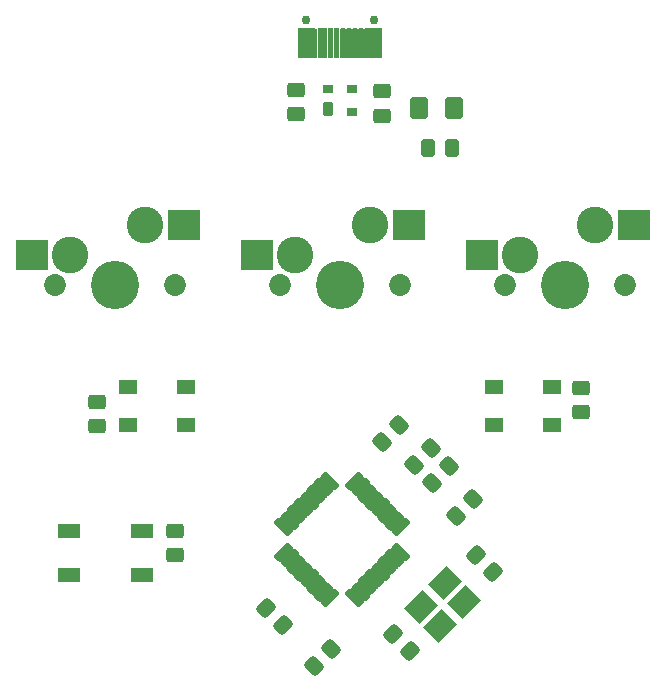
<source format=gbr>
%TF.GenerationSoftware,KiCad,Pcbnew,(6.0.5)*%
%TF.CreationDate,2022-06-21T07:34:41+08:00*%
%TF.ProjectId,unnamed-3k-v2,756e6e61-6d65-4642-9d33-6b2d76322e6b,rev?*%
%TF.SameCoordinates,Original*%
%TF.FileFunction,Soldermask,Bot*%
%TF.FilePolarity,Negative*%
%FSLAX46Y46*%
G04 Gerber Fmt 4.6, Leading zero omitted, Abs format (unit mm)*
G04 Created by KiCad (PCBNEW (6.0.5)) date 2022-06-21 07:34:41*
%MOMM*%
%LPD*%
G01*
G04 APERTURE LIST*
G04 Aperture macros list*
%AMRoundRect*
0 Rectangle with rounded corners*
0 $1 Rounding radius*
0 $2 $3 $4 $5 $6 $7 $8 $9 X,Y pos of 4 corners*
0 Add a 4 corners polygon primitive as box body*
4,1,4,$2,$3,$4,$5,$6,$7,$8,$9,$2,$3,0*
0 Add four circle primitives for the rounded corners*
1,1,$1+$1,$2,$3*
1,1,$1+$1,$4,$5*
1,1,$1+$1,$6,$7*
1,1,$1+$1,$8,$9*
0 Add four rect primitives between the rounded corners*
20,1,$1+$1,$2,$3,$4,$5,0*
20,1,$1+$1,$4,$5,$6,$7,0*
20,1,$1+$1,$6,$7,$8,$9,0*
20,1,$1+$1,$8,$9,$2,$3,0*%
G04 Aperture macros list end*
%ADD10C,3.102000*%
%ADD11C,4.089800*%
%ADD12C,1.852000*%
%ADD13RoundRect,0.051000X-1.275000X-1.250000X1.275000X-1.250000X1.275000X1.250000X-1.275000X1.250000X0*%
%ADD14RoundRect,0.301000X0.088388X-0.548008X0.548008X-0.088388X-0.088388X0.548008X-0.548008X0.088388X0*%
%ADD15RoundRect,0.301000X0.325000X0.450000X-0.325000X0.450000X-0.325000X-0.450000X0.325000X-0.450000X0*%
%ADD16RoundRect,0.301000X0.450000X-0.325000X0.450000X0.325000X-0.450000X0.325000X-0.450000X-0.325000X0*%
%ADD17RoundRect,0.301000X-0.450000X0.325000X-0.450000X-0.325000X0.450000X-0.325000X0.450000X0.325000X0*%
%ADD18RoundRect,0.301000X0.548008X0.088388X0.088388X0.548008X-0.548008X-0.088388X-0.088388X-0.548008X0*%
%ADD19RoundRect,0.051000X0.350000X-0.500000X0.350000X0.500000X-0.350000X0.500000X-0.350000X-0.500000X0*%
%ADD20RoundRect,0.051000X0.350000X-0.300000X0.350000X0.300000X-0.350000X0.300000X-0.350000X-0.300000X0*%
%ADD21C,0.752000*%
%ADD22RoundRect,0.051000X-0.300000X-1.225000X0.300000X-1.225000X0.300000X1.225000X-0.300000X1.225000X0*%
%ADD23RoundRect,0.051000X-0.150000X-1.225000X0.150000X-1.225000X0.150000X1.225000X-0.150000X1.225000X0*%
%ADD24RoundRect,0.051000X0.760140X-0.371231X-0.371231X0.760140X-0.760140X0.371231X0.371231X-0.760140X0*%
%ADD25RoundRect,0.051000X-0.371231X-0.760140X0.760140X0.371231X0.371231X0.760140X-0.760140X-0.371231X0*%
%ADD26RoundRect,0.301001X0.462499X0.624999X-0.462499X0.624999X-0.462499X-0.624999X0.462499X-0.624999X0*%
%ADD27RoundRect,0.051000X0.900000X0.550000X-0.900000X0.550000X-0.900000X-0.550000X0.900000X-0.550000X0*%
%ADD28RoundRect,0.051000X-0.750000X-0.500000X0.750000X-0.500000X0.750000X0.500000X-0.750000X0.500000X0*%
%ADD29RoundRect,0.051000X0.106066X1.378858X-1.378858X-0.106066X-0.106066X-1.378858X1.378858X0.106066X0*%
%ADD30RoundRect,0.301000X-0.548008X-0.088388X-0.088388X-0.548008X0.548008X0.088388X0.088388X0.548008X0*%
%ADD31RoundRect,0.301000X-0.088388X0.548008X-0.548008X0.088388X0.088388X-0.548008X0.548008X-0.088388X0*%
G04 APERTURE END LIST*
D10*
%TO.C,MX2*%
X89311000Y-85090000D03*
D11*
X93121000Y-87630000D03*
D10*
X95661000Y-82550000D03*
D12*
X98201000Y-87630000D03*
X88041000Y-87630000D03*
D13*
X86036000Y-85090000D03*
X98963000Y-82550000D03*
%TD*%
D12*
%TO.C,MX3*%
X68992000Y-87640000D03*
X79152000Y-87640000D03*
D11*
X74072000Y-87640000D03*
D10*
X70262000Y-85100000D03*
X76612000Y-82560000D03*
D13*
X66987000Y-85100000D03*
X79914000Y-82560000D03*
%TD*%
D11*
%TO.C,MX1*%
X112172000Y-87630000D03*
D12*
X117252000Y-87630000D03*
D10*
X108362000Y-85090000D03*
X114712000Y-82550000D03*
D12*
X107092000Y-87630000D03*
D13*
X105087000Y-85090000D03*
X118014000Y-82550000D03*
%TD*%
D14*
%TO.C,C1*%
X96647000Y-100965000D03*
X98096568Y-99515432D03*
%TD*%
D15*
%TO.C,C6*%
X102616000Y-76073000D03*
X100566000Y-76073000D03*
%TD*%
D16*
%TO.C,C11*%
X72517000Y-99568001D03*
X72517000Y-97518001D03*
%TD*%
D17*
%TO.C,R3*%
X79121000Y-108440001D03*
X79121000Y-110490001D03*
%TD*%
D18*
%TO.C,R4*%
X88265000Y-116459000D03*
X86815432Y-115009432D03*
%TD*%
D16*
%TO.C,R5*%
X89408000Y-73170000D03*
X89408000Y-71120000D03*
%TD*%
%TO.C,R6*%
X96647000Y-73297000D03*
X96647000Y-71247000D03*
%TD*%
D19*
%TO.C,U2*%
X92091000Y-72759000D03*
D20*
X92091000Y-71059000D03*
X94091000Y-71059000D03*
X94091000Y-72959000D03*
%TD*%
D21*
%TO.C,USB1*%
X96011000Y-65239000D03*
X90231000Y-65239000D03*
D22*
X89896000Y-67184000D03*
X90671000Y-67184000D03*
D23*
X91371000Y-67184000D03*
X91871000Y-67184000D03*
X92371000Y-67184000D03*
X92871000Y-67184000D03*
X93371000Y-67184000D03*
X93871000Y-67184000D03*
X94371000Y-67184000D03*
X94871000Y-67184000D03*
D22*
X95571000Y-67184000D03*
X96346000Y-67184000D03*
%TD*%
D24*
%TO.C,U1*%
X98237658Y-110218870D03*
X97671972Y-110784555D03*
X97106287Y-111350241D03*
X96540602Y-111915926D03*
X95974916Y-112481612D03*
X95409231Y-113047297D03*
X94843545Y-113612982D03*
X94277860Y-114178668D03*
D25*
X92227250Y-114178668D03*
X91661565Y-113612982D03*
X91095879Y-113047297D03*
X90530194Y-112481612D03*
X89964508Y-111915926D03*
X89398823Y-111350241D03*
X88833138Y-110784555D03*
X88267452Y-110218870D03*
D24*
X88267452Y-108168260D03*
X88833138Y-107602575D03*
X89398823Y-107036889D03*
X89964508Y-106471204D03*
X90530194Y-105905518D03*
X91095879Y-105339833D03*
X91661565Y-104774148D03*
X92227250Y-104208462D03*
D25*
X94277860Y-104208462D03*
X94843545Y-104774148D03*
X95409231Y-105339833D03*
X95974916Y-105905518D03*
X96540602Y-106471204D03*
X97106287Y-107036889D03*
X97671972Y-107602575D03*
X98237658Y-108168260D03*
%TD*%
D26*
%TO.C,F1*%
X102743000Y-72644000D03*
X99768000Y-72644000D03*
%TD*%
D27*
%TO.C,SW1*%
X70127000Y-112158000D03*
X76327000Y-108458000D03*
X70127000Y-108458000D03*
X76327000Y-112158000D03*
%TD*%
D14*
%TO.C,C5*%
X102944432Y-107240568D03*
X104394000Y-105791000D03*
%TD*%
D28*
%TO.C,D5*%
X106135000Y-99517000D03*
X106135000Y-96317000D03*
X111035000Y-96317000D03*
X111035000Y-99517000D03*
%TD*%
D16*
%TO.C,C10*%
X113538000Y-98425000D03*
X113538000Y-96375000D03*
%TD*%
D28*
%TO.C,D4*%
X75147000Y-99517000D03*
X75147000Y-96317000D03*
X80047000Y-96317000D03*
X80047000Y-99517000D03*
%TD*%
D29*
%TO.C,Y1*%
X103613726Y-114475645D03*
X101563116Y-116526255D03*
X99936770Y-114899909D03*
X101987380Y-112849299D03*
%TD*%
D30*
%TO.C,C3*%
X97610432Y-117168432D03*
X99060000Y-118618000D03*
%TD*%
D18*
%TO.C,C2*%
X106097568Y-111939568D03*
X104648000Y-110490000D03*
%TD*%
D31*
%TO.C,C4*%
X92329000Y-118491000D03*
X90879432Y-119940568D03*
%TD*%
D14*
%TO.C,R2*%
X99388432Y-102922568D03*
X100838000Y-101473000D03*
%TD*%
%TO.C,R1*%
X100912432Y-104446568D03*
X102362000Y-102997000D03*
%TD*%
G36*
X92472799Y-113246400D02*
G01*
X92473442Y-113247514D01*
X92476679Y-113263785D01*
X92478731Y-113263376D01*
X92480625Y-113264019D01*
X92481113Y-113265159D01*
X92483138Y-113287742D01*
X92525633Y-113342429D01*
X92575408Y-113359981D01*
X92576709Y-113361500D01*
X92576705Y-113362257D01*
X92576447Y-113363554D01*
X92592717Y-113366791D01*
X92594221Y-113368110D01*
X92593831Y-113370072D01*
X92592717Y-113370715D01*
X92579743Y-113373295D01*
X92563693Y-113384020D01*
X91432602Y-114515111D01*
X91421877Y-114531161D01*
X91419297Y-114544136D01*
X91417978Y-114545640D01*
X91416016Y-114545250D01*
X91415373Y-114544136D01*
X91412136Y-114527865D01*
X91410084Y-114528274D01*
X91408190Y-114527631D01*
X91407702Y-114526491D01*
X91405677Y-114503908D01*
X91363182Y-114449221D01*
X91313407Y-114431669D01*
X91312106Y-114430150D01*
X91312110Y-114429393D01*
X91312368Y-114428096D01*
X91296098Y-114424859D01*
X91294594Y-114423540D01*
X91294984Y-114421578D01*
X91296098Y-114420935D01*
X91309072Y-114418355D01*
X91325122Y-114407630D01*
X92456213Y-113276539D01*
X92466938Y-113260489D01*
X92469518Y-113247514D01*
X92470837Y-113246010D01*
X92472799Y-113246400D01*
G37*
G36*
X94034949Y-113246401D02*
G01*
X94035592Y-113247515D01*
X94038172Y-113260489D01*
X94048897Y-113276539D01*
X95179988Y-114407630D01*
X95196038Y-114418355D01*
X95209013Y-114420935D01*
X95210517Y-114422254D01*
X95210127Y-114424216D01*
X95209013Y-114424859D01*
X95192742Y-114428096D01*
X95193150Y-114430146D01*
X95192507Y-114432040D01*
X95191366Y-114432528D01*
X95168810Y-114434546D01*
X95114112Y-114477031D01*
X95096543Y-114526825D01*
X95095024Y-114528126D01*
X95094267Y-114528122D01*
X95092974Y-114527865D01*
X95089737Y-114544135D01*
X95088418Y-114545639D01*
X95086456Y-114545249D01*
X95085813Y-114544135D01*
X95083233Y-114531161D01*
X95072508Y-114515111D01*
X93941417Y-113384020D01*
X93925367Y-113373295D01*
X93912392Y-113370715D01*
X93910888Y-113369396D01*
X93911278Y-113367434D01*
X93912392Y-113366791D01*
X93928663Y-113363554D01*
X93928255Y-113361504D01*
X93928898Y-113359610D01*
X93930039Y-113359122D01*
X93952595Y-113357104D01*
X94007293Y-113314619D01*
X94024862Y-113264825D01*
X94026381Y-113263524D01*
X94027138Y-113263528D01*
X94028431Y-113263785D01*
X94031668Y-113247515D01*
X94032987Y-113246011D01*
X94034949Y-113246401D01*
G37*
G36*
X91907113Y-112680715D02*
G01*
X91907756Y-112681829D01*
X91910993Y-112698100D01*
X91913043Y-112697692D01*
X91914937Y-112698335D01*
X91915425Y-112699476D01*
X91917443Y-112722032D01*
X91959928Y-112776730D01*
X92009722Y-112794299D01*
X92011023Y-112795818D01*
X92011019Y-112796575D01*
X92010762Y-112797868D01*
X92027032Y-112801105D01*
X92028536Y-112802424D01*
X92028146Y-112804386D01*
X92027032Y-112805029D01*
X92014058Y-112807609D01*
X91998008Y-112818334D01*
X90866917Y-113949425D01*
X90856192Y-113965475D01*
X90853612Y-113978450D01*
X90852293Y-113979954D01*
X90850331Y-113979564D01*
X90849688Y-113978450D01*
X90846451Y-113962179D01*
X90844401Y-113962587D01*
X90842507Y-113961944D01*
X90842019Y-113960803D01*
X90840001Y-113938247D01*
X90797516Y-113883549D01*
X90747722Y-113865980D01*
X90746421Y-113864461D01*
X90746425Y-113863704D01*
X90746682Y-113862411D01*
X90730412Y-113859174D01*
X90728908Y-113857855D01*
X90729298Y-113855893D01*
X90730412Y-113855250D01*
X90743386Y-113852670D01*
X90759436Y-113841945D01*
X91890527Y-112710854D01*
X91901252Y-112694804D01*
X91903832Y-112681829D01*
X91905151Y-112680325D01*
X91907113Y-112680715D01*
G37*
G36*
X94600635Y-112680716D02*
G01*
X94601278Y-112681830D01*
X94603858Y-112694804D01*
X94614583Y-112710854D01*
X95745674Y-113841945D01*
X95761724Y-113852670D01*
X95774699Y-113855250D01*
X95776203Y-113856569D01*
X95775813Y-113858531D01*
X95774699Y-113859174D01*
X95758428Y-113862411D01*
X95758837Y-113864463D01*
X95758194Y-113866357D01*
X95757054Y-113866845D01*
X95734471Y-113868870D01*
X95679784Y-113911365D01*
X95662232Y-113961140D01*
X95660713Y-113962441D01*
X95659956Y-113962437D01*
X95658659Y-113962179D01*
X95655422Y-113978449D01*
X95654103Y-113979953D01*
X95652141Y-113979563D01*
X95651498Y-113978449D01*
X95648918Y-113965475D01*
X95638193Y-113949425D01*
X94507102Y-112818334D01*
X94491052Y-112807609D01*
X94478077Y-112805029D01*
X94476573Y-112803710D01*
X94476963Y-112801748D01*
X94478077Y-112801105D01*
X94494348Y-112797868D01*
X94493939Y-112795816D01*
X94494582Y-112793922D01*
X94495722Y-112793434D01*
X94518305Y-112791409D01*
X94572992Y-112748914D01*
X94590544Y-112699139D01*
X94592063Y-112697838D01*
X94592820Y-112697842D01*
X94594117Y-112698100D01*
X94597354Y-112681830D01*
X94598673Y-112680326D01*
X94600635Y-112680716D01*
G37*
G36*
X91341428Y-112115030D02*
G01*
X91342071Y-112116144D01*
X91345308Y-112132415D01*
X91347358Y-112132007D01*
X91349252Y-112132650D01*
X91349740Y-112133791D01*
X91351758Y-112156347D01*
X91394243Y-112211045D01*
X91444037Y-112228614D01*
X91445338Y-112230133D01*
X91445334Y-112230890D01*
X91445077Y-112232183D01*
X91461346Y-112235420D01*
X91462850Y-112236739D01*
X91462460Y-112238701D01*
X91461346Y-112239344D01*
X91448372Y-112241924D01*
X91432322Y-112252649D01*
X90301231Y-113383740D01*
X90290506Y-113399790D01*
X90287926Y-113412765D01*
X90286607Y-113414269D01*
X90284645Y-113413879D01*
X90284002Y-113412765D01*
X90280765Y-113396494D01*
X90278715Y-113396902D01*
X90276821Y-113396259D01*
X90276333Y-113395118D01*
X90274315Y-113372562D01*
X90231830Y-113317864D01*
X90182036Y-113300295D01*
X90180735Y-113298776D01*
X90180739Y-113298019D01*
X90180996Y-113296726D01*
X90164727Y-113293489D01*
X90163223Y-113292170D01*
X90163613Y-113290208D01*
X90164727Y-113289565D01*
X90177701Y-113286985D01*
X90193751Y-113276260D01*
X91324842Y-112145169D01*
X91335567Y-112129119D01*
X91338147Y-112116144D01*
X91339466Y-112114640D01*
X91341428Y-112115030D01*
G37*
G36*
X95166320Y-112115031D02*
G01*
X95166963Y-112116145D01*
X95169543Y-112129119D01*
X95180268Y-112145169D01*
X96311359Y-113276260D01*
X96327409Y-113286985D01*
X96340384Y-113289565D01*
X96341888Y-113290884D01*
X96341498Y-113292846D01*
X96340384Y-113293489D01*
X96324113Y-113296726D01*
X96324521Y-113298776D01*
X96323878Y-113300670D01*
X96322737Y-113301158D01*
X96300181Y-113303176D01*
X96245483Y-113345661D01*
X96227914Y-113395455D01*
X96226395Y-113396756D01*
X96225638Y-113396752D01*
X96224345Y-113396495D01*
X96221108Y-113412764D01*
X96219789Y-113414268D01*
X96217827Y-113413878D01*
X96217184Y-113412764D01*
X96214604Y-113399790D01*
X96203879Y-113383740D01*
X95072788Y-112252649D01*
X95056738Y-112241924D01*
X95043763Y-112239344D01*
X95042259Y-112238025D01*
X95042649Y-112236063D01*
X95043763Y-112235420D01*
X95060034Y-112232183D01*
X95059626Y-112230133D01*
X95060269Y-112228239D01*
X95061410Y-112227751D01*
X95083966Y-112225733D01*
X95138664Y-112183248D01*
X95156233Y-112133454D01*
X95157752Y-112132153D01*
X95158509Y-112132157D01*
X95159802Y-112132414D01*
X95163039Y-112116145D01*
X95164358Y-112114641D01*
X95166320Y-112115031D01*
G37*
G36*
X90775742Y-111549344D02*
G01*
X90776385Y-111550458D01*
X90779622Y-111566729D01*
X90781674Y-111566320D01*
X90783568Y-111566963D01*
X90784056Y-111568103D01*
X90786081Y-111590686D01*
X90828576Y-111645373D01*
X90878352Y-111662926D01*
X90879653Y-111664445D01*
X90879649Y-111665202D01*
X90879391Y-111666498D01*
X90895661Y-111669735D01*
X90897165Y-111671054D01*
X90896775Y-111673016D01*
X90895661Y-111673659D01*
X90882687Y-111676239D01*
X90866637Y-111686964D01*
X89735546Y-112818055D01*
X89724821Y-112834105D01*
X89722241Y-112847080D01*
X89720922Y-112848584D01*
X89718960Y-112848194D01*
X89718317Y-112847080D01*
X89715080Y-112830809D01*
X89713028Y-112831218D01*
X89711134Y-112830575D01*
X89710646Y-112829435D01*
X89708621Y-112806852D01*
X89666126Y-112752165D01*
X89616350Y-112734612D01*
X89615049Y-112733093D01*
X89615053Y-112732336D01*
X89615311Y-112731040D01*
X89599041Y-112727803D01*
X89597537Y-112726484D01*
X89597927Y-112724522D01*
X89599041Y-112723879D01*
X89612015Y-112721299D01*
X89628065Y-112710574D01*
X90759156Y-111579483D01*
X90769881Y-111563433D01*
X90772461Y-111550458D01*
X90773780Y-111548954D01*
X90775742Y-111549344D01*
G37*
G36*
X95732006Y-111549345D02*
G01*
X95732649Y-111550459D01*
X95735229Y-111563433D01*
X95745954Y-111579483D01*
X96877045Y-112710574D01*
X96893095Y-112721299D01*
X96906070Y-112723879D01*
X96907574Y-112725198D01*
X96907184Y-112727160D01*
X96906070Y-112727803D01*
X96889799Y-112731040D01*
X96890208Y-112733092D01*
X96889565Y-112734986D01*
X96888425Y-112735474D01*
X96865842Y-112737499D01*
X96811155Y-112779994D01*
X96793602Y-112829770D01*
X96792083Y-112831071D01*
X96791326Y-112831067D01*
X96790030Y-112830809D01*
X96786793Y-112847079D01*
X96785474Y-112848583D01*
X96783512Y-112848193D01*
X96782869Y-112847079D01*
X96780289Y-112834105D01*
X96769564Y-112818055D01*
X95638473Y-111686964D01*
X95622423Y-111676239D01*
X95609448Y-111673659D01*
X95607944Y-111672340D01*
X95608334Y-111670378D01*
X95609448Y-111669735D01*
X95625719Y-111666498D01*
X95625310Y-111664446D01*
X95625953Y-111662552D01*
X95627093Y-111662064D01*
X95649676Y-111660039D01*
X95704363Y-111617544D01*
X95721916Y-111567768D01*
X95723435Y-111566467D01*
X95724192Y-111566471D01*
X95725488Y-111566729D01*
X95728725Y-111550459D01*
X95730044Y-111548955D01*
X95732006Y-111549345D01*
G37*
G36*
X90210057Y-110983659D02*
G01*
X90210700Y-110984773D01*
X90213937Y-111001044D01*
X90215987Y-111000636D01*
X90217881Y-111001279D01*
X90218369Y-111002420D01*
X90220387Y-111024976D01*
X90262872Y-111079674D01*
X90312666Y-111097243D01*
X90313967Y-111098762D01*
X90313963Y-111099519D01*
X90313706Y-111100812D01*
X90329975Y-111104049D01*
X90331479Y-111105368D01*
X90331089Y-111107330D01*
X90329975Y-111107973D01*
X90317001Y-111110553D01*
X90300951Y-111121278D01*
X89169860Y-112252369D01*
X89159135Y-112268419D01*
X89156555Y-112281394D01*
X89155236Y-112282898D01*
X89153274Y-112282508D01*
X89152631Y-112281394D01*
X89149394Y-112265123D01*
X89147344Y-112265531D01*
X89145450Y-112264888D01*
X89144962Y-112263747D01*
X89142944Y-112241191D01*
X89100459Y-112186493D01*
X89050665Y-112168924D01*
X89049364Y-112167405D01*
X89049368Y-112166648D01*
X89049625Y-112165355D01*
X89033356Y-112162118D01*
X89031852Y-112160799D01*
X89032242Y-112158837D01*
X89033356Y-112158194D01*
X89046330Y-112155614D01*
X89062380Y-112144889D01*
X90193471Y-111013798D01*
X90204196Y-110997748D01*
X90206776Y-110984773D01*
X90208095Y-110983269D01*
X90210057Y-110983659D01*
G37*
G36*
X96297691Y-110983660D02*
G01*
X96298334Y-110984774D01*
X96300914Y-110997748D01*
X96311639Y-111013798D01*
X97442730Y-112144889D01*
X97458780Y-112155614D01*
X97471755Y-112158194D01*
X97473259Y-112159513D01*
X97472869Y-112161475D01*
X97471755Y-112162118D01*
X97455484Y-112165355D01*
X97455892Y-112167405D01*
X97455249Y-112169299D01*
X97454108Y-112169787D01*
X97431552Y-112171805D01*
X97376854Y-112214290D01*
X97359285Y-112264084D01*
X97357766Y-112265385D01*
X97357009Y-112265381D01*
X97355716Y-112265124D01*
X97352479Y-112281393D01*
X97351160Y-112282897D01*
X97349198Y-112282507D01*
X97348555Y-112281393D01*
X97345975Y-112268419D01*
X97335250Y-112252369D01*
X96204159Y-111121278D01*
X96188109Y-111110553D01*
X96175134Y-111107973D01*
X96173630Y-111106654D01*
X96174020Y-111104692D01*
X96175134Y-111104049D01*
X96191405Y-111100812D01*
X96190997Y-111098762D01*
X96191640Y-111096868D01*
X96192781Y-111096380D01*
X96215337Y-111094362D01*
X96270035Y-111051877D01*
X96287604Y-111002083D01*
X96289123Y-111000782D01*
X96289880Y-111000786D01*
X96291173Y-111001043D01*
X96294410Y-110984774D01*
X96295729Y-110983270D01*
X96297691Y-110983660D01*
G37*
G36*
X89644372Y-110417973D02*
G01*
X89645015Y-110419087D01*
X89648252Y-110435358D01*
X89650304Y-110434949D01*
X89652198Y-110435592D01*
X89652686Y-110436732D01*
X89654711Y-110459315D01*
X89697206Y-110514002D01*
X89746981Y-110531554D01*
X89748282Y-110533073D01*
X89748278Y-110533830D01*
X89748020Y-110535127D01*
X89764290Y-110538364D01*
X89765794Y-110539683D01*
X89765404Y-110541645D01*
X89764290Y-110542288D01*
X89751316Y-110544868D01*
X89735266Y-110555593D01*
X88604175Y-111686684D01*
X88593450Y-111702734D01*
X88590870Y-111715709D01*
X88589551Y-111717213D01*
X88587589Y-111716823D01*
X88586946Y-111715709D01*
X88583709Y-111699438D01*
X88581657Y-111699847D01*
X88579763Y-111699204D01*
X88579275Y-111698064D01*
X88577250Y-111675481D01*
X88534755Y-111620794D01*
X88484980Y-111603242D01*
X88483679Y-111601723D01*
X88483683Y-111600966D01*
X88483941Y-111599669D01*
X88467671Y-111596432D01*
X88466167Y-111595113D01*
X88466557Y-111593151D01*
X88467671Y-111592508D01*
X88480645Y-111589928D01*
X88496695Y-111579203D01*
X89627786Y-110448112D01*
X89638511Y-110432062D01*
X89641091Y-110419087D01*
X89642410Y-110417583D01*
X89644372Y-110417973D01*
G37*
G36*
X96863376Y-110417974D02*
G01*
X96864019Y-110419088D01*
X96866599Y-110432062D01*
X96877324Y-110448112D01*
X98008415Y-111579203D01*
X98024465Y-111589928D01*
X98037440Y-111592508D01*
X98038944Y-111593827D01*
X98038554Y-111595789D01*
X98037440Y-111596432D01*
X98021169Y-111599669D01*
X98021577Y-111601719D01*
X98020934Y-111603613D01*
X98019793Y-111604101D01*
X97997237Y-111606119D01*
X97942539Y-111648604D01*
X97924970Y-111698398D01*
X97923451Y-111699699D01*
X97922694Y-111699695D01*
X97921401Y-111699438D01*
X97918164Y-111715708D01*
X97916845Y-111717212D01*
X97914883Y-111716822D01*
X97914240Y-111715708D01*
X97911660Y-111702734D01*
X97900935Y-111686684D01*
X96769844Y-110555593D01*
X96753794Y-110544868D01*
X96740819Y-110542288D01*
X96739315Y-110540969D01*
X96739705Y-110539007D01*
X96740819Y-110538364D01*
X96757090Y-110535127D01*
X96756682Y-110533077D01*
X96757325Y-110531183D01*
X96758466Y-110530695D01*
X96781022Y-110528677D01*
X96835720Y-110486192D01*
X96853289Y-110436398D01*
X96854808Y-110435097D01*
X96855565Y-110435101D01*
X96856858Y-110435358D01*
X96860095Y-110419088D01*
X96861414Y-110417584D01*
X96863376Y-110417974D01*
G37*
G36*
X89078686Y-109852288D02*
G01*
X89079329Y-109853402D01*
X89082566Y-109869673D01*
X89084616Y-109869265D01*
X89086510Y-109869908D01*
X89086998Y-109871049D01*
X89089016Y-109893605D01*
X89131501Y-109948303D01*
X89181295Y-109965872D01*
X89182596Y-109967391D01*
X89182592Y-109968148D01*
X89182335Y-109969441D01*
X89198605Y-109972678D01*
X89200109Y-109973997D01*
X89199719Y-109975959D01*
X89198605Y-109976602D01*
X89185631Y-109979182D01*
X89169581Y-109989907D01*
X88038490Y-111120998D01*
X88027765Y-111137048D01*
X88025185Y-111150023D01*
X88023866Y-111151527D01*
X88021904Y-111151137D01*
X88021261Y-111150023D01*
X88018024Y-111133752D01*
X88015974Y-111134160D01*
X88014080Y-111133517D01*
X88013592Y-111132376D01*
X88011574Y-111109820D01*
X87969089Y-111055122D01*
X87919295Y-111037553D01*
X87917994Y-111036034D01*
X87917998Y-111035277D01*
X87918255Y-111033984D01*
X87901985Y-111030747D01*
X87900481Y-111029428D01*
X87900871Y-111027466D01*
X87901985Y-111026823D01*
X87914959Y-111024243D01*
X87931009Y-111013518D01*
X89062100Y-109882427D01*
X89072825Y-109866377D01*
X89075405Y-109853402D01*
X89076724Y-109851898D01*
X89078686Y-109852288D01*
G37*
G36*
X97429062Y-109852289D02*
G01*
X97429705Y-109853403D01*
X97432285Y-109866377D01*
X97443010Y-109882427D01*
X98574101Y-111013518D01*
X98590151Y-111024243D01*
X98603126Y-111026823D01*
X98604630Y-111028142D01*
X98604240Y-111030104D01*
X98603126Y-111030747D01*
X98586855Y-111033984D01*
X98587264Y-111036036D01*
X98586621Y-111037930D01*
X98585481Y-111038418D01*
X98562898Y-111040443D01*
X98508211Y-111082938D01*
X98490659Y-111132713D01*
X98489140Y-111134014D01*
X98488383Y-111134010D01*
X98487086Y-111133752D01*
X98483849Y-111150022D01*
X98482530Y-111151526D01*
X98480568Y-111151136D01*
X98479925Y-111150022D01*
X98477345Y-111137048D01*
X98466620Y-111120998D01*
X97335529Y-109989907D01*
X97319479Y-109979182D01*
X97306504Y-109976602D01*
X97305000Y-109975283D01*
X97305390Y-109973321D01*
X97306504Y-109972678D01*
X97322775Y-109969441D01*
X97322366Y-109967389D01*
X97323009Y-109965495D01*
X97324149Y-109965007D01*
X97346732Y-109962982D01*
X97401419Y-109920487D01*
X97418971Y-109870712D01*
X97420490Y-109869411D01*
X97421247Y-109869415D01*
X97422544Y-109869673D01*
X97425781Y-109853403D01*
X97427100Y-109851899D01*
X97429062Y-109852289D01*
G37*
G36*
X98483206Y-107235993D02*
G01*
X98483849Y-107237107D01*
X98487086Y-107253378D01*
X98489136Y-107252970D01*
X98491030Y-107253613D01*
X98491518Y-107254754D01*
X98493536Y-107277310D01*
X98536021Y-107332008D01*
X98585815Y-107349577D01*
X98587116Y-107351096D01*
X98587112Y-107351853D01*
X98586855Y-107353146D01*
X98603125Y-107356383D01*
X98604629Y-107357702D01*
X98604239Y-107359664D01*
X98603125Y-107360307D01*
X98590151Y-107362887D01*
X98574101Y-107373612D01*
X97443010Y-108504703D01*
X97432285Y-108520753D01*
X97429705Y-108533728D01*
X97428386Y-108535232D01*
X97426424Y-108534842D01*
X97425781Y-108533728D01*
X97422544Y-108517457D01*
X97420494Y-108517865D01*
X97418600Y-108517222D01*
X97418112Y-108516081D01*
X97416094Y-108493525D01*
X97373609Y-108438827D01*
X97323815Y-108421258D01*
X97322514Y-108419739D01*
X97322518Y-108418982D01*
X97322775Y-108417689D01*
X97306505Y-108414452D01*
X97305001Y-108413133D01*
X97305391Y-108411171D01*
X97306505Y-108410528D01*
X97319479Y-108407948D01*
X97335529Y-108397223D01*
X98466620Y-107266132D01*
X98477345Y-107250082D01*
X98479925Y-107237107D01*
X98481244Y-107235603D01*
X98483206Y-107235993D01*
G37*
G36*
X88024542Y-107235994D02*
G01*
X88025185Y-107237108D01*
X88027765Y-107250082D01*
X88038490Y-107266132D01*
X89169581Y-108397223D01*
X89185631Y-108407948D01*
X89198606Y-108410528D01*
X89200110Y-108411847D01*
X89199720Y-108413809D01*
X89198606Y-108414452D01*
X89182335Y-108417689D01*
X89182744Y-108419741D01*
X89182101Y-108421635D01*
X89180961Y-108422123D01*
X89158378Y-108424148D01*
X89103691Y-108466643D01*
X89086139Y-108516418D01*
X89084620Y-108517719D01*
X89083863Y-108517715D01*
X89082566Y-108517457D01*
X89079329Y-108533727D01*
X89078010Y-108535231D01*
X89076048Y-108534841D01*
X89075405Y-108533727D01*
X89072825Y-108520753D01*
X89062100Y-108504703D01*
X87931009Y-107373612D01*
X87914959Y-107362887D01*
X87901984Y-107360307D01*
X87900480Y-107358988D01*
X87900870Y-107357026D01*
X87901984Y-107356383D01*
X87918255Y-107353146D01*
X87917846Y-107351094D01*
X87918489Y-107349200D01*
X87919629Y-107348712D01*
X87942212Y-107346687D01*
X87996899Y-107304192D01*
X88014451Y-107254417D01*
X88015970Y-107253116D01*
X88016727Y-107253120D01*
X88018024Y-107253378D01*
X88021261Y-107237108D01*
X88022580Y-107235604D01*
X88024542Y-107235994D01*
G37*
G36*
X97917521Y-106670307D02*
G01*
X97918164Y-106671421D01*
X97921401Y-106687692D01*
X97923453Y-106687283D01*
X97925347Y-106687926D01*
X97925835Y-106689066D01*
X97927860Y-106711649D01*
X97970355Y-106766336D01*
X98020130Y-106783888D01*
X98021431Y-106785407D01*
X98021427Y-106786164D01*
X98021169Y-106787461D01*
X98037439Y-106790698D01*
X98038943Y-106792017D01*
X98038553Y-106793979D01*
X98037439Y-106794622D01*
X98024465Y-106797202D01*
X98008415Y-106807927D01*
X96877324Y-107939018D01*
X96866599Y-107955068D01*
X96864019Y-107968043D01*
X96862700Y-107969547D01*
X96860738Y-107969157D01*
X96860095Y-107968043D01*
X96856858Y-107951772D01*
X96854806Y-107952181D01*
X96852912Y-107951538D01*
X96852424Y-107950398D01*
X96850399Y-107927815D01*
X96807904Y-107873128D01*
X96758129Y-107855576D01*
X96756828Y-107854057D01*
X96756832Y-107853300D01*
X96757090Y-107852003D01*
X96740820Y-107848766D01*
X96739316Y-107847447D01*
X96739706Y-107845485D01*
X96740820Y-107844842D01*
X96753794Y-107842262D01*
X96769844Y-107831537D01*
X97900935Y-106700446D01*
X97911660Y-106684396D01*
X97914240Y-106671421D01*
X97915559Y-106669917D01*
X97917521Y-106670307D01*
G37*
G36*
X88590227Y-106670308D02*
G01*
X88590870Y-106671422D01*
X88593450Y-106684396D01*
X88604175Y-106700446D01*
X89735266Y-107831537D01*
X89751316Y-107842262D01*
X89764291Y-107844842D01*
X89765795Y-107846161D01*
X89765405Y-107848123D01*
X89764291Y-107848766D01*
X89748020Y-107852003D01*
X89748428Y-107854053D01*
X89747785Y-107855947D01*
X89746644Y-107856435D01*
X89724088Y-107858453D01*
X89669390Y-107900938D01*
X89651821Y-107950732D01*
X89650302Y-107952033D01*
X89649545Y-107952029D01*
X89648252Y-107951772D01*
X89645015Y-107968042D01*
X89643696Y-107969546D01*
X89641734Y-107969156D01*
X89641091Y-107968042D01*
X89638511Y-107955068D01*
X89627786Y-107939018D01*
X88496695Y-106807927D01*
X88480645Y-106797202D01*
X88467670Y-106794622D01*
X88466166Y-106793303D01*
X88466556Y-106791341D01*
X88467670Y-106790698D01*
X88483941Y-106787461D01*
X88483533Y-106785411D01*
X88484176Y-106783517D01*
X88485317Y-106783029D01*
X88507873Y-106781011D01*
X88562571Y-106738526D01*
X88580140Y-106688732D01*
X88581659Y-106687431D01*
X88582416Y-106687435D01*
X88583709Y-106687692D01*
X88586946Y-106671422D01*
X88588265Y-106669918D01*
X88590227Y-106670308D01*
G37*
G36*
X97351836Y-106104622D02*
G01*
X97352479Y-106105736D01*
X97355716Y-106122007D01*
X97357766Y-106121599D01*
X97359660Y-106122242D01*
X97360148Y-106123383D01*
X97362166Y-106145939D01*
X97404651Y-106200637D01*
X97454445Y-106218206D01*
X97455746Y-106219725D01*
X97455742Y-106220482D01*
X97455485Y-106221775D01*
X97471754Y-106225012D01*
X97473258Y-106226331D01*
X97472868Y-106228293D01*
X97471754Y-106228936D01*
X97458780Y-106231516D01*
X97442730Y-106242241D01*
X96311639Y-107373332D01*
X96300914Y-107389382D01*
X96298334Y-107402357D01*
X96297015Y-107403861D01*
X96295053Y-107403471D01*
X96294410Y-107402357D01*
X96291173Y-107386086D01*
X96289123Y-107386494D01*
X96287229Y-107385851D01*
X96286741Y-107384710D01*
X96284723Y-107362154D01*
X96242238Y-107307456D01*
X96192444Y-107289887D01*
X96191143Y-107288368D01*
X96191147Y-107287611D01*
X96191404Y-107286318D01*
X96175135Y-107283081D01*
X96173631Y-107281762D01*
X96174021Y-107279800D01*
X96175135Y-107279157D01*
X96188109Y-107276577D01*
X96204159Y-107265852D01*
X97335250Y-106134761D01*
X97345975Y-106118711D01*
X97348555Y-106105736D01*
X97349874Y-106104232D01*
X97351836Y-106104622D01*
G37*
G36*
X89155912Y-106104623D02*
G01*
X89156555Y-106105737D01*
X89159135Y-106118711D01*
X89169860Y-106134761D01*
X90300951Y-107265852D01*
X90317001Y-107276577D01*
X90329976Y-107279157D01*
X90331480Y-107280476D01*
X90331090Y-107282438D01*
X90329976Y-107283081D01*
X90313705Y-107286318D01*
X90314113Y-107288368D01*
X90313470Y-107290262D01*
X90312329Y-107290750D01*
X90289773Y-107292768D01*
X90235075Y-107335253D01*
X90217506Y-107385047D01*
X90215987Y-107386348D01*
X90215230Y-107386344D01*
X90213937Y-107386087D01*
X90210700Y-107402356D01*
X90209381Y-107403860D01*
X90207419Y-107403470D01*
X90206776Y-107402356D01*
X90204196Y-107389382D01*
X90193471Y-107373332D01*
X89062380Y-106242241D01*
X89046330Y-106231516D01*
X89033355Y-106228936D01*
X89031851Y-106227617D01*
X89032241Y-106225655D01*
X89033355Y-106225012D01*
X89049626Y-106221775D01*
X89049218Y-106219725D01*
X89049861Y-106217831D01*
X89051002Y-106217343D01*
X89073558Y-106215325D01*
X89128256Y-106172840D01*
X89145825Y-106123046D01*
X89147344Y-106121745D01*
X89148101Y-106121749D01*
X89149394Y-106122006D01*
X89152631Y-106105737D01*
X89153950Y-106104233D01*
X89155912Y-106104623D01*
G37*
G36*
X96786150Y-105538936D02*
G01*
X96786793Y-105540050D01*
X96790030Y-105556321D01*
X96792082Y-105555912D01*
X96793976Y-105556555D01*
X96794464Y-105557695D01*
X96796489Y-105580278D01*
X96838984Y-105634965D01*
X96888760Y-105652518D01*
X96890061Y-105654037D01*
X96890057Y-105654794D01*
X96889799Y-105656090D01*
X96906069Y-105659327D01*
X96907573Y-105660646D01*
X96907183Y-105662608D01*
X96906069Y-105663251D01*
X96893095Y-105665831D01*
X96877045Y-105676556D01*
X95745954Y-106807647D01*
X95735229Y-106823697D01*
X95732649Y-106836672D01*
X95731330Y-106838176D01*
X95729368Y-106837786D01*
X95728725Y-106836672D01*
X95725488Y-106820401D01*
X95723436Y-106820810D01*
X95721542Y-106820167D01*
X95721054Y-106819027D01*
X95719029Y-106796444D01*
X95676534Y-106741757D01*
X95626758Y-106724204D01*
X95625457Y-106722685D01*
X95625461Y-106721928D01*
X95625719Y-106720632D01*
X95609449Y-106717395D01*
X95607945Y-106716076D01*
X95608335Y-106714114D01*
X95609449Y-106713471D01*
X95622423Y-106710891D01*
X95638473Y-106700166D01*
X96769564Y-105569075D01*
X96780289Y-105553025D01*
X96782869Y-105540050D01*
X96784188Y-105538546D01*
X96786150Y-105538936D01*
G37*
G36*
X89721598Y-105538937D02*
G01*
X89722241Y-105540051D01*
X89724821Y-105553025D01*
X89735546Y-105569075D01*
X90866637Y-106700166D01*
X90882687Y-106710891D01*
X90895662Y-106713471D01*
X90897166Y-106714790D01*
X90896776Y-106716752D01*
X90895662Y-106717395D01*
X90879391Y-106720632D01*
X90879800Y-106722684D01*
X90879157Y-106724578D01*
X90878017Y-106725066D01*
X90855434Y-106727091D01*
X90800747Y-106769586D01*
X90783194Y-106819362D01*
X90781675Y-106820663D01*
X90780918Y-106820659D01*
X90779622Y-106820401D01*
X90776385Y-106836671D01*
X90775066Y-106838175D01*
X90773104Y-106837785D01*
X90772461Y-106836671D01*
X90769881Y-106823697D01*
X90759156Y-106807647D01*
X89628065Y-105676556D01*
X89612015Y-105665831D01*
X89599040Y-105663251D01*
X89597536Y-105661932D01*
X89597926Y-105659970D01*
X89599040Y-105659327D01*
X89615311Y-105656090D01*
X89614902Y-105654038D01*
X89615545Y-105652144D01*
X89616685Y-105651656D01*
X89639268Y-105649631D01*
X89693955Y-105607136D01*
X89711508Y-105557360D01*
X89713027Y-105556059D01*
X89713784Y-105556063D01*
X89715080Y-105556321D01*
X89718317Y-105540051D01*
X89719636Y-105538547D01*
X89721598Y-105538937D01*
G37*
G36*
X96220465Y-104973251D02*
G01*
X96221108Y-104974365D01*
X96224345Y-104990636D01*
X96226395Y-104990228D01*
X96228289Y-104990871D01*
X96228777Y-104992012D01*
X96230795Y-105014568D01*
X96273280Y-105069266D01*
X96323074Y-105086835D01*
X96324375Y-105088354D01*
X96324371Y-105089111D01*
X96324114Y-105090404D01*
X96340383Y-105093641D01*
X96341887Y-105094960D01*
X96341497Y-105096922D01*
X96340383Y-105097565D01*
X96327409Y-105100145D01*
X96311359Y-105110870D01*
X95180268Y-106241961D01*
X95169543Y-106258011D01*
X95166963Y-106270986D01*
X95165644Y-106272490D01*
X95163682Y-106272100D01*
X95163039Y-106270986D01*
X95159802Y-106254715D01*
X95157752Y-106255123D01*
X95155858Y-106254480D01*
X95155370Y-106253339D01*
X95153352Y-106230783D01*
X95110867Y-106176085D01*
X95061073Y-106158516D01*
X95059772Y-106156997D01*
X95059776Y-106156240D01*
X95060033Y-106154947D01*
X95043764Y-106151710D01*
X95042260Y-106150391D01*
X95042650Y-106148429D01*
X95043764Y-106147786D01*
X95056738Y-106145206D01*
X95072788Y-106134481D01*
X96203879Y-105003390D01*
X96214604Y-104987340D01*
X96217184Y-104974365D01*
X96218503Y-104972861D01*
X96220465Y-104973251D01*
G37*
G36*
X90287283Y-104973252D02*
G01*
X90287926Y-104974366D01*
X90290506Y-104987340D01*
X90301231Y-105003390D01*
X91432322Y-106134481D01*
X91448372Y-106145206D01*
X91461347Y-106147786D01*
X91462851Y-106149105D01*
X91462461Y-106151067D01*
X91461347Y-106151710D01*
X91445076Y-106154947D01*
X91445484Y-106156997D01*
X91444841Y-106158891D01*
X91443700Y-106159379D01*
X91421144Y-106161397D01*
X91366446Y-106203882D01*
X91348877Y-106253676D01*
X91347358Y-106254977D01*
X91346601Y-106254973D01*
X91345308Y-106254716D01*
X91342071Y-106270985D01*
X91340752Y-106272489D01*
X91338790Y-106272099D01*
X91338147Y-106270985D01*
X91335567Y-106258011D01*
X91324842Y-106241961D01*
X90193751Y-105110870D01*
X90177701Y-105100145D01*
X90164726Y-105097565D01*
X90163222Y-105096246D01*
X90163612Y-105094284D01*
X90164726Y-105093641D01*
X90180997Y-105090404D01*
X90180589Y-105088354D01*
X90181232Y-105086460D01*
X90182373Y-105085972D01*
X90204929Y-105083954D01*
X90259627Y-105041469D01*
X90277196Y-104991675D01*
X90278715Y-104990374D01*
X90279472Y-104990378D01*
X90280765Y-104990635D01*
X90284002Y-104974366D01*
X90285321Y-104972862D01*
X90287283Y-104973252D01*
G37*
G36*
X95654779Y-104407566D02*
G01*
X95655422Y-104408680D01*
X95658659Y-104424951D01*
X95660709Y-104424543D01*
X95662603Y-104425186D01*
X95663091Y-104426327D01*
X95665109Y-104448883D01*
X95707594Y-104503581D01*
X95757388Y-104521150D01*
X95758689Y-104522669D01*
X95758685Y-104523426D01*
X95758428Y-104524719D01*
X95774698Y-104527956D01*
X95776202Y-104529275D01*
X95775812Y-104531237D01*
X95774698Y-104531880D01*
X95761724Y-104534460D01*
X95745674Y-104545185D01*
X94614583Y-105676276D01*
X94603858Y-105692326D01*
X94601278Y-105705301D01*
X94599959Y-105706805D01*
X94597997Y-105706415D01*
X94597354Y-105705301D01*
X94594117Y-105689030D01*
X94592067Y-105689438D01*
X94590173Y-105688795D01*
X94589685Y-105687654D01*
X94587667Y-105665098D01*
X94545182Y-105610400D01*
X94495388Y-105592831D01*
X94494087Y-105591312D01*
X94494091Y-105590555D01*
X94494348Y-105589262D01*
X94478078Y-105586025D01*
X94476574Y-105584706D01*
X94476964Y-105582744D01*
X94478078Y-105582101D01*
X94491052Y-105579521D01*
X94507102Y-105568796D01*
X95638193Y-104437705D01*
X95648918Y-104421655D01*
X95651498Y-104408680D01*
X95652817Y-104407176D01*
X95654779Y-104407566D01*
G37*
G36*
X90852969Y-104407567D02*
G01*
X90853612Y-104408681D01*
X90856192Y-104421655D01*
X90866917Y-104437705D01*
X91998008Y-105568796D01*
X92014058Y-105579521D01*
X92027033Y-105582101D01*
X92028537Y-105583420D01*
X92028147Y-105585382D01*
X92027033Y-105586025D01*
X92010762Y-105589262D01*
X92011171Y-105591314D01*
X92010528Y-105593208D01*
X92009388Y-105593696D01*
X91986805Y-105595721D01*
X91932118Y-105638216D01*
X91914566Y-105687991D01*
X91913047Y-105689292D01*
X91912290Y-105689288D01*
X91910993Y-105689030D01*
X91907756Y-105705300D01*
X91906437Y-105706804D01*
X91904475Y-105706414D01*
X91903832Y-105705300D01*
X91901252Y-105692326D01*
X91890527Y-105676276D01*
X90759436Y-104545185D01*
X90743386Y-104534460D01*
X90730411Y-104531880D01*
X90728907Y-104530561D01*
X90729297Y-104528599D01*
X90730411Y-104527956D01*
X90746682Y-104524719D01*
X90746273Y-104522667D01*
X90746916Y-104520773D01*
X90748056Y-104520285D01*
X90770639Y-104518260D01*
X90825326Y-104475765D01*
X90842878Y-104425990D01*
X90844397Y-104424689D01*
X90845154Y-104424693D01*
X90846451Y-104424951D01*
X90849688Y-104408681D01*
X90851007Y-104407177D01*
X90852969Y-104407567D01*
G37*
G36*
X95089094Y-103841880D02*
G01*
X95089737Y-103842994D01*
X95092974Y-103859265D01*
X95095026Y-103858856D01*
X95096920Y-103859499D01*
X95097408Y-103860639D01*
X95099433Y-103883222D01*
X95141928Y-103937909D01*
X95191703Y-103955461D01*
X95193004Y-103956980D01*
X95193000Y-103957737D01*
X95192742Y-103959034D01*
X95209012Y-103962271D01*
X95210516Y-103963590D01*
X95210126Y-103965552D01*
X95209012Y-103966195D01*
X95196038Y-103968775D01*
X95179988Y-103979500D01*
X94048897Y-105110591D01*
X94038172Y-105126641D01*
X94035592Y-105139616D01*
X94034273Y-105141120D01*
X94032311Y-105140730D01*
X94031668Y-105139616D01*
X94028431Y-105123345D01*
X94026379Y-105123754D01*
X94024485Y-105123111D01*
X94023997Y-105121971D01*
X94021972Y-105099388D01*
X93979477Y-105044701D01*
X93929702Y-105027149D01*
X93928401Y-105025630D01*
X93928405Y-105024873D01*
X93928663Y-105023576D01*
X93912393Y-105020339D01*
X93910889Y-105019020D01*
X93911279Y-105017058D01*
X93912393Y-105016415D01*
X93925367Y-105013835D01*
X93941417Y-105003110D01*
X95072508Y-103872019D01*
X95083233Y-103855969D01*
X95085813Y-103842994D01*
X95087132Y-103841490D01*
X95089094Y-103841880D01*
G37*
G36*
X91418654Y-103841881D02*
G01*
X91419297Y-103842995D01*
X91421877Y-103855969D01*
X91432602Y-103872019D01*
X92563693Y-105003110D01*
X92579743Y-105013835D01*
X92592718Y-105016415D01*
X92594222Y-105017734D01*
X92593832Y-105019696D01*
X92592718Y-105020339D01*
X92576447Y-105023576D01*
X92576855Y-105025626D01*
X92576212Y-105027520D01*
X92575071Y-105028008D01*
X92552515Y-105030026D01*
X92497817Y-105072511D01*
X92480248Y-105122305D01*
X92478729Y-105123606D01*
X92477972Y-105123602D01*
X92476679Y-105123345D01*
X92473442Y-105139615D01*
X92472123Y-105141119D01*
X92470161Y-105140729D01*
X92469518Y-105139615D01*
X92466938Y-105126641D01*
X92456213Y-105110591D01*
X91325122Y-103979500D01*
X91309072Y-103968775D01*
X91296097Y-103966195D01*
X91294593Y-103964876D01*
X91294983Y-103962914D01*
X91296097Y-103962271D01*
X91312368Y-103959034D01*
X91311960Y-103956984D01*
X91312603Y-103955090D01*
X91313744Y-103954602D01*
X91336300Y-103952584D01*
X91390998Y-103910099D01*
X91408567Y-103860305D01*
X91410086Y-103859004D01*
X91410843Y-103859008D01*
X91412136Y-103859265D01*
X91415373Y-103842995D01*
X91416692Y-103841491D01*
X91418654Y-103841881D01*
G37*
G36*
X90346613Y-65914611D02*
G01*
X90347177Y-65916530D01*
X90346344Y-65917721D01*
X90336380Y-65924380D01*
X90325767Y-65940262D01*
X90322000Y-65959199D01*
X90322000Y-68408801D01*
X90325767Y-68427738D01*
X90336380Y-68443620D01*
X90345922Y-68449996D01*
X90346807Y-68451790D01*
X90345696Y-68453453D01*
X90344213Y-68453568D01*
X90285713Y-68435250D01*
X90222330Y-68453861D01*
X90220387Y-68453389D01*
X90219823Y-68451470D01*
X90220656Y-68450279D01*
X90230620Y-68443620D01*
X90241233Y-68427738D01*
X90245000Y-68408801D01*
X90245000Y-65959199D01*
X90241233Y-65940262D01*
X90230620Y-65924380D01*
X90221078Y-65918004D01*
X90220193Y-65916210D01*
X90221304Y-65914547D01*
X90222787Y-65914432D01*
X90281287Y-65932750D01*
X90344670Y-65914139D01*
X90346613Y-65914611D01*
G37*
G36*
X96021613Y-65914611D02*
G01*
X96022177Y-65916530D01*
X96021344Y-65917721D01*
X96011380Y-65924380D01*
X96000767Y-65940262D01*
X95997000Y-65959199D01*
X95997000Y-68408801D01*
X96000767Y-68427738D01*
X96011380Y-68443620D01*
X96020922Y-68449996D01*
X96021807Y-68451790D01*
X96020696Y-68453453D01*
X96019213Y-68453568D01*
X95960713Y-68435250D01*
X95897330Y-68453861D01*
X95895387Y-68453389D01*
X95894823Y-68451470D01*
X95895656Y-68450279D01*
X95905620Y-68443620D01*
X95916233Y-68427738D01*
X95920000Y-68408801D01*
X95920000Y-65959199D01*
X95916233Y-65940262D01*
X95905620Y-65924380D01*
X95896078Y-65918004D01*
X95895193Y-65916210D01*
X95896304Y-65914547D01*
X95897787Y-65914432D01*
X95956287Y-65932750D01*
X96019670Y-65914139D01*
X96021613Y-65914611D01*
G37*
G36*
X94685633Y-65922517D02*
G01*
X94686197Y-65924436D01*
X94685916Y-65925075D01*
X94675767Y-65940263D01*
X94672000Y-65959199D01*
X94672000Y-68408801D01*
X94675767Y-68427738D01*
X94685814Y-68442773D01*
X94685945Y-68444768D01*
X94684282Y-68445880D01*
X94683553Y-68445793D01*
X94623212Y-68426898D01*
X94558310Y-68445955D01*
X94556367Y-68445483D01*
X94555803Y-68443564D01*
X94556084Y-68442925D01*
X94566233Y-68427737D01*
X94570000Y-68408801D01*
X94570000Y-65959199D01*
X94566233Y-65940262D01*
X94556186Y-65925227D01*
X94556055Y-65923232D01*
X94557718Y-65922120D01*
X94558447Y-65922207D01*
X94618788Y-65941102D01*
X94683690Y-65922045D01*
X94685633Y-65922517D01*
G37*
G36*
X91685633Y-65922517D02*
G01*
X91686197Y-65924436D01*
X91685916Y-65925075D01*
X91675767Y-65940263D01*
X91672000Y-65959199D01*
X91672000Y-68408801D01*
X91675767Y-68427738D01*
X91685814Y-68442773D01*
X91685945Y-68444768D01*
X91684282Y-68445880D01*
X91683553Y-68445793D01*
X91623212Y-68426898D01*
X91558310Y-68445955D01*
X91556367Y-68445483D01*
X91555803Y-68443564D01*
X91556084Y-68442925D01*
X91566233Y-68427737D01*
X91570000Y-68408801D01*
X91570000Y-65959199D01*
X91566233Y-65940262D01*
X91556186Y-65925227D01*
X91556055Y-65923232D01*
X91557718Y-65922120D01*
X91558447Y-65922207D01*
X91618788Y-65941102D01*
X91683690Y-65922045D01*
X91685633Y-65922517D01*
G37*
G36*
X92185633Y-65922517D02*
G01*
X92186197Y-65924436D01*
X92185916Y-65925075D01*
X92175767Y-65940263D01*
X92172000Y-65959199D01*
X92172000Y-68408801D01*
X92175767Y-68427738D01*
X92185814Y-68442773D01*
X92185945Y-68444768D01*
X92184282Y-68445880D01*
X92183553Y-68445793D01*
X92123212Y-68426898D01*
X92058310Y-68445955D01*
X92056367Y-68445483D01*
X92055803Y-68443564D01*
X92056084Y-68442925D01*
X92066233Y-68427737D01*
X92070000Y-68408801D01*
X92070000Y-65959199D01*
X92066233Y-65940262D01*
X92056186Y-65925227D01*
X92056055Y-65923232D01*
X92057718Y-65922120D01*
X92058447Y-65922207D01*
X92118788Y-65941102D01*
X92183690Y-65922045D01*
X92185633Y-65922517D01*
G37*
G36*
X92685633Y-65922517D02*
G01*
X92686197Y-65924436D01*
X92685916Y-65925075D01*
X92675767Y-65940263D01*
X92672000Y-65959199D01*
X92672000Y-68408801D01*
X92675767Y-68427738D01*
X92685814Y-68442773D01*
X92685945Y-68444768D01*
X92684282Y-68445880D01*
X92683553Y-68445793D01*
X92623212Y-68426898D01*
X92558310Y-68445955D01*
X92556367Y-68445483D01*
X92555803Y-68443564D01*
X92556084Y-68442925D01*
X92566233Y-68427737D01*
X92570000Y-68408801D01*
X92570000Y-65959199D01*
X92566233Y-65940262D01*
X92556186Y-65925227D01*
X92556055Y-65923232D01*
X92557718Y-65922120D01*
X92558447Y-65922207D01*
X92618788Y-65941102D01*
X92683690Y-65922045D01*
X92685633Y-65922517D01*
G37*
G36*
X93185633Y-65922517D02*
G01*
X93186197Y-65924436D01*
X93185916Y-65925075D01*
X93175767Y-65940263D01*
X93172000Y-65959199D01*
X93172000Y-68408801D01*
X93175767Y-68427738D01*
X93185814Y-68442773D01*
X93185945Y-68444768D01*
X93184282Y-68445880D01*
X93183553Y-68445793D01*
X93123212Y-68426898D01*
X93058310Y-68445955D01*
X93056367Y-68445483D01*
X93055803Y-68443564D01*
X93056084Y-68442925D01*
X93066233Y-68427737D01*
X93070000Y-68408801D01*
X93070000Y-65959199D01*
X93066233Y-65940262D01*
X93056186Y-65925227D01*
X93056055Y-65923232D01*
X93057718Y-65922120D01*
X93058447Y-65922207D01*
X93118788Y-65941102D01*
X93183690Y-65922045D01*
X93185633Y-65922517D01*
G37*
G36*
X93685633Y-65922517D02*
G01*
X93686197Y-65924436D01*
X93685916Y-65925075D01*
X93675767Y-65940263D01*
X93672000Y-65959199D01*
X93672000Y-68408801D01*
X93675767Y-68427738D01*
X93685814Y-68442773D01*
X93685945Y-68444768D01*
X93684282Y-68445880D01*
X93683553Y-68445793D01*
X93623212Y-68426898D01*
X93558310Y-68445955D01*
X93556367Y-68445483D01*
X93555803Y-68443564D01*
X93556084Y-68442925D01*
X93566233Y-68427737D01*
X93570000Y-68408801D01*
X93570000Y-65959199D01*
X93566233Y-65940262D01*
X93556186Y-65925227D01*
X93556055Y-65923232D01*
X93557718Y-65922120D01*
X93558447Y-65922207D01*
X93618788Y-65941102D01*
X93683690Y-65922045D01*
X93685633Y-65922517D01*
G37*
G36*
X94185633Y-65922517D02*
G01*
X94186197Y-65924436D01*
X94185916Y-65925075D01*
X94175767Y-65940263D01*
X94172000Y-65959199D01*
X94172000Y-68408801D01*
X94175767Y-68427738D01*
X94185814Y-68442773D01*
X94185945Y-68444768D01*
X94184282Y-68445880D01*
X94183553Y-68445793D01*
X94123212Y-68426898D01*
X94058310Y-68445955D01*
X94056367Y-68445483D01*
X94055803Y-68443564D01*
X94056084Y-68442925D01*
X94066233Y-68427737D01*
X94070000Y-68408801D01*
X94070000Y-65959199D01*
X94066233Y-65940262D01*
X94056186Y-65925227D01*
X94056055Y-65923232D01*
X94057718Y-65922120D01*
X94058447Y-65922207D01*
X94118788Y-65941102D01*
X94183690Y-65922045D01*
X94185633Y-65922517D01*
G37*
G36*
X91011660Y-65926493D02*
G01*
X91025452Y-65935709D01*
X91026615Y-65933969D01*
X91028409Y-65933084D01*
X91029560Y-65933545D01*
X91046952Y-65948078D01*
X91115670Y-65956704D01*
X91163288Y-65933918D01*
X91165282Y-65934072D01*
X91165814Y-65934611D01*
X91166548Y-65935709D01*
X91180340Y-65926493D01*
X91182336Y-65926362D01*
X91183447Y-65928025D01*
X91183114Y-65929267D01*
X91175767Y-65940262D01*
X91172000Y-65959199D01*
X91172000Y-68408801D01*
X91175767Y-68427738D01*
X91183114Y-68438733D01*
X91183245Y-68440729D01*
X91181582Y-68441840D01*
X91180340Y-68441507D01*
X91166548Y-68432291D01*
X91165385Y-68434031D01*
X91163591Y-68434916D01*
X91162440Y-68434455D01*
X91145048Y-68419922D01*
X91076330Y-68411296D01*
X91028712Y-68434082D01*
X91026718Y-68433928D01*
X91026186Y-68433389D01*
X91025452Y-68432291D01*
X91011660Y-68441507D01*
X91009664Y-68441638D01*
X91008553Y-68439975D01*
X91008886Y-68438733D01*
X91016233Y-68427738D01*
X91020000Y-68408801D01*
X91020000Y-65959199D01*
X91016233Y-65940262D01*
X91008886Y-65929267D01*
X91008755Y-65927271D01*
X91010418Y-65926160D01*
X91011660Y-65926493D01*
G37*
G36*
X95061660Y-65926493D02*
G01*
X95075452Y-65935709D01*
X95076615Y-65933969D01*
X95078409Y-65933084D01*
X95079560Y-65933545D01*
X95096952Y-65948078D01*
X95165670Y-65956704D01*
X95213288Y-65933918D01*
X95215282Y-65934072D01*
X95215814Y-65934611D01*
X95216548Y-65935709D01*
X95230340Y-65926493D01*
X95232336Y-65926362D01*
X95233447Y-65928025D01*
X95233114Y-65929267D01*
X95225767Y-65940262D01*
X95222000Y-65959199D01*
X95222000Y-68408801D01*
X95225767Y-68427738D01*
X95233114Y-68438733D01*
X95233245Y-68440729D01*
X95231582Y-68441840D01*
X95230340Y-68441507D01*
X95216548Y-68432291D01*
X95215385Y-68434031D01*
X95213591Y-68434916D01*
X95212440Y-68434455D01*
X95195048Y-68419922D01*
X95126330Y-68411296D01*
X95078712Y-68434082D01*
X95076718Y-68433928D01*
X95076186Y-68433389D01*
X95075452Y-68432291D01*
X95061660Y-68441507D01*
X95059664Y-68441638D01*
X95058553Y-68439975D01*
X95058886Y-68438733D01*
X95066233Y-68427738D01*
X95070000Y-68408801D01*
X95070000Y-65959199D01*
X95066233Y-65940262D01*
X95058886Y-65929267D01*
X95058755Y-65927271D01*
X95060418Y-65926160D01*
X95061660Y-65926493D01*
G37*
M02*

</source>
